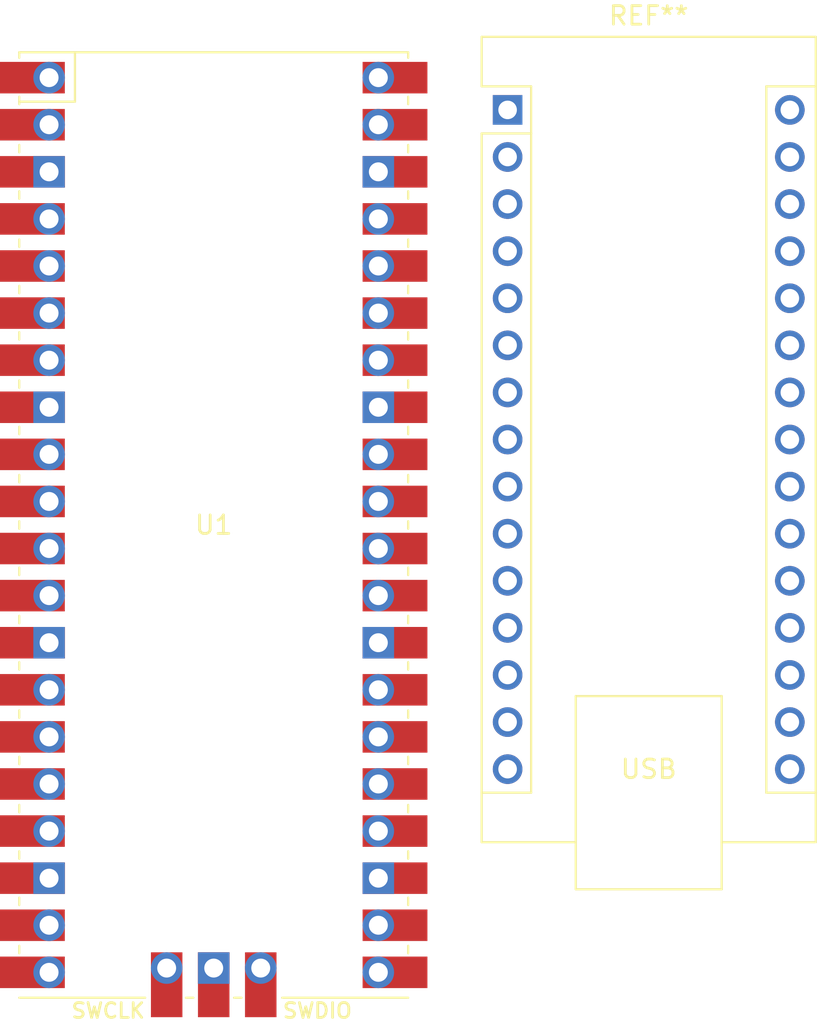
<source format=kicad_pcb>
(kicad_pcb (version 20241229) (generator "pcbnew") (generator_version "9.0")
  (layers (0 "F.Cu" signal) (2 "B.Cu" signal) (13 "F.Paste" user) (15 "B.Paste" user) (5 "F.SilkS" user "F.Silkscreen") (7 "B.SilkS" user "B.Silkscreen") (1 "F.Mask" user) (3 "B.Mask" user) (25 "Edge.Cuts" user))
  (net 0 "")
  (footprint "Module:Arduino_Nano" (layer "F.Cu") (at 143.76 72.5)
    (property "Reference" "REF**" (at 7.62 -5.08 0) (layer "F.SilkS"))
    (property "Value" "Arduino_Nano")
    (fp_line (start -1.4 -3.94) (end -1.4 -1.27) (stroke (width 0.12)) (layer "F.SilkS"))
    (fp_line (start -1.4 1.27) (end -1.4 39.5) (stroke (width 0.12)) (layer "F.SilkS"))
    (fp_line (start -1.4 39.5) (end 3.68 39.5) (stroke (width 0.12)) (layer "F.SilkS"))
    (fp_line (start 1.27 -1.27) (end -1.4 -1.27) (stroke (width 0.12)) (layer "F.SilkS"))
    (fp_line (start 1.27 1.27) (end -1.4 1.27) (stroke (width 0.12)) (layer "F.SilkS"))
    (fp_line (start 1.27 1.27) (end 1.27 -1.27) (stroke (width 0.12)) (layer "F.SilkS"))
    (fp_line (start 1.27 1.27) (end 1.27 36.83) (stroke (width 0.12)) (layer "F.SilkS"))
    (fp_line (start 1.27 36.83) (end -1.4 36.83) (stroke (width 0.12)) (layer "F.SilkS"))
    (fp_line (start 3.68 31.62) (end 11.56 31.62) (stroke (width 0.12)) (layer "F.SilkS"))
    (fp_line (start 3.68 42.04) (end 3.68 31.62) (stroke (width 0.12)) (layer "F.SilkS"))
    (fp_line (start 11.56 31.62) (end 11.56 42.04) (stroke (width 0.12)) (layer "F.SilkS"))
    (fp_line (start 11.56 42.04) (end 3.68 42.04) (stroke (width 0.12)) (layer "F.SilkS"))
    (fp_line (start 13.97 -1.27) (end 13.97 36.83) (stroke (width 0.12)) (layer "F.SilkS"))
    (fp_line (start 13.97 -1.27) (end 16.64 -1.27) (stroke (width 0.12)) (layer "F.SilkS"))
    (fp_line (start 13.97 36.83) (end 16.64 36.83) (stroke (width 0.12)) (layer "F.SilkS"))
    (fp_line (start 16.64 -3.94) (end -1.4 -3.94) (stroke (width 0.12)) (layer "F.SilkS"))
    (fp_line (start 16.64 39.5) (end 11.56 39.5) (stroke (width 0.12)) (layer "F.SilkS"))
    (fp_line (start 16.64 39.5) (end 16.64 -3.94) (stroke (width 0.12)) (layer "F.SilkS"))
    (fp_text user "USB" (at 7.62 35.56 0) (layer "F.SilkS"))
    (pad "1" thru_hole rect (at 0 0) (size 1.6 1.6) (drill 1) (layers "*.Cu" "*.Mask"))
    (pad "2" thru_hole oval (at 0 2.54) (size 1.6 1.6) (drill 1) (layers "*.Cu" "*.Mask"))
    (pad "3" thru_hole oval (at 0 5.08) (size 1.6 1.6) (drill 1) (layers "*.Cu" "*.Mask"))
    (pad "4" thru_hole oval (at 0 7.62) (size 1.6 1.6) (drill 1) (layers "*.Cu" "*.Mask"))
    (pad "5" thru_hole oval (at 0 10.16) (size 1.6 1.6) (drill 1) (layers "*.Cu" "*.Mask"))
    (pad "6" thru_hole oval (at 0 12.7) (size 1.6 1.6) (drill 1) (layers "*.Cu" "*.Mask"))
    (pad "7" thru_hole oval (at 0 15.24) (size 1.6 1.6) (drill 1) (layers "*.Cu" "*.Mask"))
    (pad "8" thru_hole oval (at 0 17.78) (size 1.6 1.6) (drill 1) (layers "*.Cu" "*.Mask"))
    (pad "9" thru_hole oval (at 0 20.32) (size 1.6 1.6) (drill 1) (layers "*.Cu" "*.Mask"))
    (pad "10" thru_hole oval (at 0 22.86) (size 1.6 1.6) (drill 1) (layers "*.Cu" "*.Mask"))
    (pad "11" thru_hole oval (at 0 25.4) (size 1.6 1.6) (drill 1) (layers "*.Cu" "*.Mask"))
    (pad "12" thru_hole oval (at 0 27.94) (size 1.6 1.6) (drill 1) (layers "*.Cu" "*.Mask"))
    (pad "13" thru_hole oval (at 0 30.48) (size 1.6 1.6) (drill 1) (layers "*.Cu" "*.Mask"))
    (pad "14" thru_hole oval (at 0 33.02) (size 1.6 1.6) (drill 1) (layers "*.Cu" "*.Mask"))
    (pad "15" thru_hole oval (at 0 35.56) (size 1.6 1.6) (drill 1) (layers "*.Cu" "*.Mask"))
    (pad "16" thru_hole oval (at 15.24 35.56) (size 1.6 1.6) (drill 1) (layers "*.Cu" "*.Mask"))
    (pad "17" thru_hole oval (at 15.24 33.02) (size 1.6 1.6) (drill 1) (layers "*.Cu" "*.Mask"))
    (pad "18" thru_hole oval (at 15.24 30.48) (size 1.6 1.6) (drill 1) (layers "*.Cu" "*.Mask"))
    (pad "19" thru_hole oval (at 15.24 27.94) (size 1.6 1.6) (drill 1) (layers "*.Cu" "*.Mask"))
    (pad "20" thru_hole oval (at 15.24 25.4) (size 1.6 1.6) (drill 1) (layers "*.Cu" "*.Mask"))
    (pad "21" thru_hole oval (at 15.24 22.86) (size 1.6 1.6) (drill 1) (layers "*.Cu" "*.Mask"))
    (pad "22" thru_hole oval (at 15.24 20.32) (size 1.6 1.6) (drill 1) (layers "*.Cu" "*.Mask"))
    (pad "23" thru_hole oval (at 15.24 17.78) (size 1.6 1.6) (drill 1) (layers "*.Cu" "*.Mask"))
    (pad "24" thru_hole oval (at 15.24 15.24) (size 1.6 1.6) (drill 1) (layers "*.Cu" "*.Mask"))
    (pad "25" thru_hole oval (at 15.24 12.7) (size 1.6 1.6) (drill 1) (layers "*.Cu" "*.Mask"))
    (pad "26" thru_hole oval (at 15.24 10.16) (size 1.6 1.6) (drill 1) (layers "*.Cu" "*.Mask"))
    (pad "27" thru_hole oval (at 15.24 7.62) (size 1.6 1.6) (drill 1) (layers "*.Cu" "*.Mask"))
    (pad "28" thru_hole oval (at 15.24 5.08) (size 1.6 1.6) (drill 1) (layers "*.Cu" "*.Mask"))
    (pad "29" thru_hole oval (at 15.24 2.54) (size 1.6 1.6) (drill 1) (layers "*.Cu" "*.Mask"))
    (pad "30" thru_hole oval (at 15.24 0) (size 1.6 1.6) (drill 1) (layers "*.Cu" "*.Mask"))
  )
  (footprint "MCU_RPi:RPi_Pico_SMD_TH" (layer "F.Cu") (at 127.89 94.89)
    (property "Reference" "U1" (at 0 0 0) (layer "F.SilkS"))
    (property "Value" "RPi_Pico_SMD_TH")
    (fp_line (start -10.5 -25.5) (end -10.5 -25.2) (stroke (width 0.12)) (layer "F.SilkS"))
    (fp_line (start -10.5 -25.5) (end 10.5 -25.5) (stroke (width 0.12)) (layer "F.SilkS"))
    (fp_line (start -10.5 -23.1) (end -10.5 -22.7) (stroke (width 0.12)) (layer "F.SilkS"))
    (fp_line (start -10.5 -22.833) (end -7.493 -22.833) (stroke (width 0.12)) (layer "F.SilkS"))
    (fp_line (start -10.5 -20.5) (end -10.5 -20.1) (stroke (width 0.12)) (layer "F.SilkS"))
    (fp_line (start -10.5 -18) (end -10.5 -17.6) (stroke (width 0.12)) (layer "F.SilkS"))
    (fp_line (start -10.5 -15.4) (end -10.5 -15) (stroke (width 0.12)) (layer "F.SilkS"))
    (fp_line (start -10.5 -12.9) (end -10.5 -12.5) (stroke (width 0.12)) (layer "F.SilkS"))
    (fp_line (start -10.5 -10.4) (end -10.5 -10) (stroke (width 0.12)) (layer "F.SilkS"))
    (fp_line (start -10.5 -7.8) (end -10.5 -7.4) (stroke (width 0.12)) (layer "F.SilkS"))
    (fp_line (start -10.5 -5.3) (end -10.5 -4.9) (stroke (width 0.12)) (layer "F.SilkS"))
    (fp_line (start -10.5 -2.7) (end -10.5 -2.3) (stroke (width 0.12)) (layer "F.SilkS"))
    (fp_line (start -10.5 -0.2) (end -10.5 0.2) (stroke (width 0.12)) (layer "F.SilkS"))
    (fp_line (start -10.5 2.3) (end -10.5 2.7) (stroke (width 0.12)) (layer "F.SilkS"))
    (fp_line (start -10.5 4.9) (end -10.5 5.3) (stroke (width 0.12)) (layer "F.SilkS"))
    (fp_line (start -10.5 7.4) (end -10.5 7.8) (stroke (width 0.12)) (layer "F.SilkS"))
    (fp_line (start -10.5 10) (end -10.5 10.4) (stroke (width 0.12)) (layer "F.SilkS"))
    (fp_line (start -10.5 12.5) (end -10.5 12.9) (stroke (width 0.12)) (layer "F.SilkS"))
    (fp_line (start -10.5 15.1) (end -10.5 15.5) (stroke (width 0.12)) (layer "F.SilkS"))
    (fp_line (start -10.5 17.6) (end -10.5 18) (stroke (width 0.12)) (layer "F.SilkS"))
    (fp_line (start -10.5 20.1) (end -10.5 20.5) (stroke (width 0.12)) (layer "F.SilkS"))
    (fp_line (start -10.5 22.7) (end -10.5 23.1) (stroke (width 0.12)) (layer "F.SilkS"))
    (fp_line (start -7.493 -22.833) (end -7.493 -25.5) (stroke (width 0.12)) (layer "F.SilkS"))
    (fp_line (start -3.7 25.5) (end -10.5 25.5) (stroke (width 0.12)) (layer "F.SilkS"))
    (fp_line (start -1.5 25.5) (end -1.1 25.5) (stroke (width 0.12)) (layer "F.SilkS"))
    (fp_line (start 1.1 25.5) (end 1.5 25.5) (stroke (width 0.12)) (layer "F.SilkS"))
    (fp_line (start 10.5 -25.5) (end 10.5 -25.2) (stroke (width 0.12)) (layer "F.SilkS"))
    (fp_line (start 10.5 -23.1) (end 10.5 -22.7) (stroke (width 0.12)) (layer "F.SilkS"))
    (fp_line (start 10.5 -20.5) (end 10.5 -20.1) (stroke (width 0.12)) (layer "F.SilkS"))
    (fp_line (start 10.5 -18) (end 10.5 -17.6) (stroke (width 0.12)) (layer "F.SilkS"))
    (fp_line (start 10.5 -15.4) (end 10.5 -15) (stroke (width 0.12)) (layer "F.SilkS"))
    (fp_line (start 10.5 -12.9) (end 10.5 -12.5) (stroke (width 0.12)) (layer "F.SilkS"))
    (fp_line (start 10.5 -10.4) (end 10.5 -10) (stroke (width 0.12)) (layer "F.SilkS"))
    (fp_line (start 10.5 -7.8) (end 10.5 -7.4) (stroke (width 0.12)) (layer "F.SilkS"))
    (fp_line (start 10.5 -5.3) (end 10.5 -4.9) (stroke (width 0.12)) (layer "F.SilkS"))
    (fp_line (start 10.5 -2.7) (end 10.5 -2.3) (stroke (width 0.12)) (layer "F.SilkS"))
    (fp_line (start 10.5 -0.2) (end 10.5 0.2) (stroke (width 0.12)) (layer "F.SilkS"))
    (fp_line (start 10.5 2.3) (end 10.5 2.7) (stroke (width 0.12)) (layer "F.SilkS"))
    (fp_line (start 10.5 4.9) (end 10.5 5.3) (stroke (width 0.12)) (layer "F.SilkS"))
    (fp_line (start 10.5 7.4) (end 10.5 7.8) (stroke (width 0.12)) (layer "F.SilkS"))
    (fp_line (start 10.5 10) (end 10.5 10.4) (stroke (width 0.12)) (layer "F.SilkS"))
    (fp_line (start 10.5 12.5) (end 10.5 12.9) (stroke (width 0.12)) (layer "F.SilkS"))
    (fp_line (start 10.5 15.1) (end 10.5 15.5) (stroke (width 0.12)) (layer "F.SilkS"))
    (fp_line (start 10.5 17.6) (end 10.5 18) (stroke (width 0.12)) (layer "F.SilkS"))
    (fp_line (start 10.5 20.1) (end 10.5 20.5) (stroke (width 0.12)) (layer "F.SilkS"))
    (fp_line (start 10.5 22.7) (end 10.5 23.1) (stroke (width 0.12)) (layer "F.SilkS"))
    (fp_line (start 10.5 25.5) (end 3.7 25.5) (stroke (width 0.12)) (layer "F.SilkS"))
    (fp_text user "SWDIO" (at 5.6 26.2 0) (layer "F.SilkS") (effects (font (size 0.8 0.8))))
    (fp_text user "SWCLK" (at -5.7 26.2 0) (layer "F.SilkS") (effects (font (size 0.8 0.8))))
    (pad "" np_thru_hole oval (at -2.725 -24) (size 1.8 1.8) (drill 1.8) (layers "*.Cu" "*.Mask"))
    (pad "" np_thru_hole oval (at -2.425 -20.97) (size 1.5 1.5) (drill 1.5) (layers "*.Cu" "*.Mask"))
    (pad "" np_thru_hole oval (at 2.425 -20.97) (size 1.5 1.5) (drill 1.5) (layers "*.Cu" "*.Mask"))
    (pad "" np_thru_hole oval (at 2.725 -24) (size 1.8 1.8) (drill 1.8) (layers "*.Cu" "*.Mask"))
    (pad "1" thru_hole oval (at -8.89 -24.13) (size 1.7 1.7) (drill 1.02) (layers "*.Cu" "*.Mask"))
    (pad "1" smd rect (at -8.89 -24.13) (size 3.5 1.7) (drill (offset -0.9 0)) (layers "F.Cu" "F.Mask"))
    (pad "2" thru_hole oval (at -8.89 -21.59) (size 1.7 1.7) (drill 1.02) (layers "*.Cu" "*.Mask"))
    (pad "2" smd rect (at -8.89 -21.59) (size 3.5 1.7) (drill (offset -0.9 0)) (layers "F.Cu" "F.Mask"))
    (pad "3" thru_hole rect (at -8.89 -19.05) (size 1.7 1.7) (drill 1.02) (layers "*.Cu" "*.Mask"))
    (pad "3" smd rect (at -8.89 -19.05) (size 3.5 1.7) (drill (offset -0.9 0)) (layers "F.Cu" "F.Mask"))
    (pad "4" thru_hole oval (at -8.89 -16.51) (size 1.7 1.7) (drill 1.02) (layers "*.Cu" "*.Mask"))
    (pad "4" smd rect (at -8.89 -16.51) (size 3.5 1.7) (drill (offset -0.9 0)) (layers "F.Cu" "F.Mask"))
    (pad "5" thru_hole oval (at -8.89 -13.97) (size 1.7 1.7) (drill 1.02) (layers "*.Cu" "*.Mask"))
    (pad "5" smd rect (at -8.89 -13.97) (size 3.5 1.7) (drill (offset -0.9 0)) (layers "F.Cu" "F.Mask"))
    (pad "6" thru_hole oval (at -8.89 -11.43) (size 1.7 1.7) (drill 1.02) (layers "*.Cu" "*.Mask"))
    (pad "6" smd rect (at -8.89 -11.43) (size 3.5 1.7) (drill (offset -0.9 0)) (layers "F.Cu" "F.Mask"))
    (pad "7" thru_hole oval (at -8.89 -8.89) (size 1.7 1.7) (drill 1.02) (layers "*.Cu" "*.Mask"))
    (pad "7" smd rect (at -8.89 -8.89) (size 3.5 1.7) (drill (offset -0.9 0)) (layers "F.Cu" "F.Mask"))
    (pad "8" thru_hole rect (at -8.89 -6.35) (size 1.7 1.7) (drill 1.02) (layers "*.Cu" "*.Mask"))
    (pad "8" smd rect (at -8.89 -6.35) (size 3.5 1.7) (drill (offset -0.9 0)) (layers "F.Cu" "F.Mask"))
    (pad "9" thru_hole oval (at -8.89 -3.81) (size 1.7 1.7) (drill 1.02) (layers "*.Cu" "*.Mask"))
    (pad "9" smd rect (at -8.89 -3.81) (size 3.5 1.7) (drill (offset -0.9 0)) (layers "F.Cu" "F.Mask"))
    (pad "10" thru_hole oval (at -8.89 -1.27) (size 1.7 1.7) (drill 1.02) (layers "*.Cu" "*.Mask"))
    (pad "10" smd rect (at -8.89 -1.27) (size 3.5 1.7) (drill (offset -0.9 0)) (layers "F.Cu" "F.Mask"))
    (pad "11" thru_hole oval (at -8.89 1.27) (size 1.7 1.7) (drill 1.02) (layers "*.Cu" "*.Mask"))
    (pad "11" smd rect (at -8.89 1.27) (size 3.5 1.7) (drill (offset -0.9 0)) (layers "F.Cu" "F.Mask"))
    (pad "12" thru_hole oval (at -8.89 3.81) (size 1.7 1.7) (drill 1.02) (layers "*.Cu" "*.Mask"))
    (pad "12" smd rect (at -8.89 3.81) (size 3.5 1.7) (drill (offset -0.9 0)) (layers "F.Cu" "F.Mask"))
    (pad "13" thru_hole rect (at -8.89 6.35) (size 1.7 1.7) (drill 1.02) (layers "*.Cu" "*.Mask"))
    (pad "13" smd rect (at -8.89 6.35) (size 3.5 1.7) (drill (offset -0.9 0)) (layers "F.Cu" "F.Mask"))
    (pad "14" thru_hole oval (at -8.89 8.89) (size 1.7 1.7) (drill 1.02) (layers "*.Cu" "*.Mask"))
    (pad "14" smd rect (at -8.89 8.89) (size 3.5 1.7) (drill (offset -0.9 0)) (layers "F.Cu" "F.Mask"))
    (pad "15" thru_hole oval (at -8.89 11.43) (size 1.7 1.7) (drill 1.02) (layers "*.Cu" "*.Mask"))
    (pad "15" smd rect (at -8.89 11.43) (size 3.5 1.7) (drill (offset -0.9 0)) (layers "F.Cu" "F.Mask"))
    (pad "16" thru_hole oval (at -8.89 13.97) (size 1.7 1.7) (drill 1.02) (layers "*.Cu" "*.Mask"))
    (pad "16" smd rect (at -8.89 13.97) (size 3.5 1.7) (drill (offset -0.9 0)) (layers "F.Cu" "F.Mask"))
    (pad "17" thru_hole oval (at -8.89 16.51) (size 1.7 1.7) (drill 1.02) (layers "*.Cu" "*.Mask"))
    (pad "17" smd rect (at -8.89 16.51) (size 3.5 1.7) (drill (offset -0.9 0)) (layers "F.Cu" "F.Mask"))
    (pad "18" thru_hole rect (at -8.89 19.05) (size 1.7 1.7) (drill 1.02) (layers "*.Cu" "*.Mask"))
    (pad "18" smd rect (at -8.89 19.05) (size 3.5 1.7) (drill (offset -0.9 0)) (layers "F.Cu" "F.Mask"))
    (pad "19" thru_hole oval (at -8.89 21.59) (size 1.7 1.7) (drill 1.02) (layers "*.Cu" "*.Mask"))
    (pad "19" smd rect (at -8.89 21.59) (size 3.5 1.7) (drill (offset -0.9 0)) (layers "F.Cu" "F.Mask"))
    (pad "20" thru_hole oval (at -8.89 24.13) (size 1.7 1.7) (drill 1.02) (layers "*.Cu" "*.Mask"))
    (pad "20" smd rect (at -8.89 24.13) (size 3.5 1.7) (drill (offset -0.9 0)) (layers "F.Cu" "F.Mask"))
    (pad "21" thru_hole oval (at 8.89 24.13) (size 1.7 1.7) (drill 1.02) (layers "*.Cu" "*.Mask"))
    (pad "21" smd rect (at 8.89 24.13) (size 3.5 1.7) (drill (offset 0.9 0)) (layers "F.Cu" "F.Mask"))
    (pad "22" thru_hole oval (at 8.89 21.59) (size 1.7 1.7) (drill 1.02) (layers "*.Cu" "*.Mask"))
    (pad "22" smd rect (at 8.89 21.59) (size 3.5 1.7) (drill (offset 0.9 0)) (layers "F.Cu" "F.Mask"))
    (pad "23" thru_hole rect (at 8.89 19.05) (size 1.7 1.7) (drill 1.02) (layers "*.Cu" "*.Mask"))
    (pad "23" smd rect (at 8.89 19.05) (size 3.5 1.7) (drill (offset 0.9 0)) (layers "F.Cu" "F.Mask"))
    (pad "24" thru_hole oval (at 8.89 16.51) (size 1.7 1.7) (drill 1.02) (layers "*.Cu" "*.Mask"))
    (pad "24" smd rect (at 8.89 16.51) (size 3.5 1.7) (drill (offset 0.9 0)) (layers "F.Cu" "F.Mask"))
    (pad "25" thru_hole oval (at 8.89 13.97) (size 1.7 1.7) (drill 1.02) (layers "*.Cu" "*.Mask"))
    (pad "25" smd rect (at 8.89 13.97) (size 3.5 1.7) (drill (offset 0.9 0)) (layers "F.Cu" "F.Mask"))
    (pad "26" thru_hole oval (at 8.89 11.43) (size 1.7 1.7) (drill 1.02) (layers "*.Cu" "*.Mask"))
    (pad "26" smd rect (at 8.89 11.43) (size 3.5 1.7) (drill (offset 0.9 0)) (layers "F.Cu" "F.Mask"))
    (pad "27" thru_hole oval (at 8.89 8.89) (size 1.7 1.7) (drill 1.02) (layers "*.Cu" "*.Mask"))
    (pad "27" smd rect (at 8.89 8.89) (size 3.5 1.7) (drill (offset 0.9 0)) (layers "F.Cu" "F.Mask"))
    (pad "28" thru_hole rect (at 8.89 6.35) (size 1.7 1.7) (drill 1.02) (layers "*.Cu" "*.Mask"))
    (pad "28" smd rect (at 8.89 6.35) (size 3.5 1.7) (drill (offset 0.9 0)) (layers "F.Cu" "F.Mask"))
    (pad "29" thru_hole oval (at 8.89 3.81) (size 1.7 1.7) (drill 1.02) (layers "*.Cu" "*.Mask"))
    (pad "29" smd rect (at 8.89 3.81) (size 3.5 1.7) (drill (offset 0.9 0)) (layers "F.Cu" "F.Mask"))
    (pad "30" thru_hole oval (at 8.89 1.27) (size 1.7 1.7) (drill 1.02) (layers "*.Cu" "*.Mask"))
    (pad "30" smd rect (at 8.89 1.27) (size 3.5 1.7) (drill (offset 0.9 0)) (layers "F.Cu" "F.Mask"))
    (pad "31" thru_hole oval (at 8.89 -1.27) (size 1.7 1.7) (drill 1.02) (layers "*.Cu" "*.Mask"))
    (pad "31" smd rect (at 8.89 -1.27) (size 3.5 1.7) (drill (offset 0.9 0)) (layers "F.Cu" "F.Mask"))
    (pad "32" thru_hole oval (at 8.89 -3.81) (size 1.7 1.7) (drill 1.02) (layers "*.Cu" "*.Mask"))
    (pad "32" smd rect (at 8.89 -3.81) (size 3.5 1.7) (drill (offset 0.9 0)) (layers "F.Cu" "F.Mask"))
    (pad "33" thru_hole rect (at 8.89 -6.35) (size 1.7 1.7) (drill 1.02) (layers "*.Cu" "*.Mask"))
    (pad "33" smd rect (at 8.89 -6.35) (size 3.5 1.7) (drill (offset 0.9 0)) (layers "F.Cu" "F.Mask"))
    (pad "34" thru_hole oval (at 8.89 -8.89) (size 1.7 1.7) (drill 1.02) (layers "*.Cu" "*.Mask"))
    (pad "34" smd rect (at 8.89 -8.89) (size 3.5 1.7) (drill (offset 0.9 0)) (layers "F.Cu" "F.Mask"))
    (pad "35" thru_hole oval (at 8.89 -11.43) (size 1.7 1.7) (drill 1.02) (layers "*.Cu" "*.Mask"))
    (pad "35" smd rect (at 8.89 -11.43) (size 3.5 1.7) (drill (offset 0.9 0)) (layers "F.Cu" "F.Mask"))
    (pad "36" thru_hole oval (at 8.89 -13.97) (size 1.7 1.7) (drill 1.02) (layers "*.Cu" "*.Mask"))
    (pad "36" smd rect (at 8.89 -13.97) (size 3.5 1.7) (drill (offset 0.9 0)) (layers "F.Cu" "F.Mask"))
    (pad "37" thru_hole oval (at 8.89 -16.51) (size 1.7 1.7) (drill 1.02) (layers "*.Cu" "*.Mask"))
    (pad "37" smd rect (at 8.89 -16.51) (size 3.5 1.7) (drill (offset 0.9 0)) (layers "F.Cu" "F.Mask"))
    (pad "38" thru_hole rect (at 8.89 -19.05) (size 1.7 1.7) (drill 1.02) (layers "*.Cu" "*.Mask"))
    (pad "38" smd rect (at 8.89 -19.05) (size 3.5 1.7) (drill (offset 0.9 0)) (layers "F.Cu" "F.Mask"))
    (pad "39" thru_hole oval (at 8.89 -21.59) (size 1.7 1.7) (drill 1.02) (layers "*.Cu" "*.Mask"))
    (pad "39" smd rect (at 8.89 -21.59) (size 3.5 1.7) (drill (offset 0.9 0)) (layers "F.Cu" "F.Mask"))
    (pad "40" thru_hole oval (at 8.89 -24.13) (size 1.7 1.7) (drill 1.02) (layers "*.Cu" "*.Mask"))
    (pad "40" smd rect (at 8.89 -24.13) (size 3.5 1.7) (drill (offset 0.9 0)) (layers "F.Cu" "F.Mask"))
    (pad "41" thru_hole oval (at -2.54 23.9) (size 1.7 1.7) (drill 1.02) (layers "*.Cu" "*.Mask"))
    (pad "41" smd rect (at -2.54 23.9 90) (size 3.5 1.7) (drill (offset -0.9 0)) (layers "F.Cu" "F.Mask"))
    (pad "42" thru_hole rect (at 0 23.9) (size 1.7 1.7) (drill 1.02) (layers "*.Cu" "*.Mask"))
    (pad "42" smd rect (at 0 23.9 90) (size 3.5 1.7) (drill (offset -0.9 0)) (layers "F.Cu" "F.Mask"))
    (pad "43" thru_hole oval (at 2.54 23.9) (size 1.7 1.7) (drill 1.02) (layers "*.Cu" "*.Mask"))
    (pad "43" smd rect (at 2.54 23.9 90) (size 3.5 1.7) (drill (offset -0.9 0)) (layers "F.Cu" "F.Mask"))
  )
)
</source>
